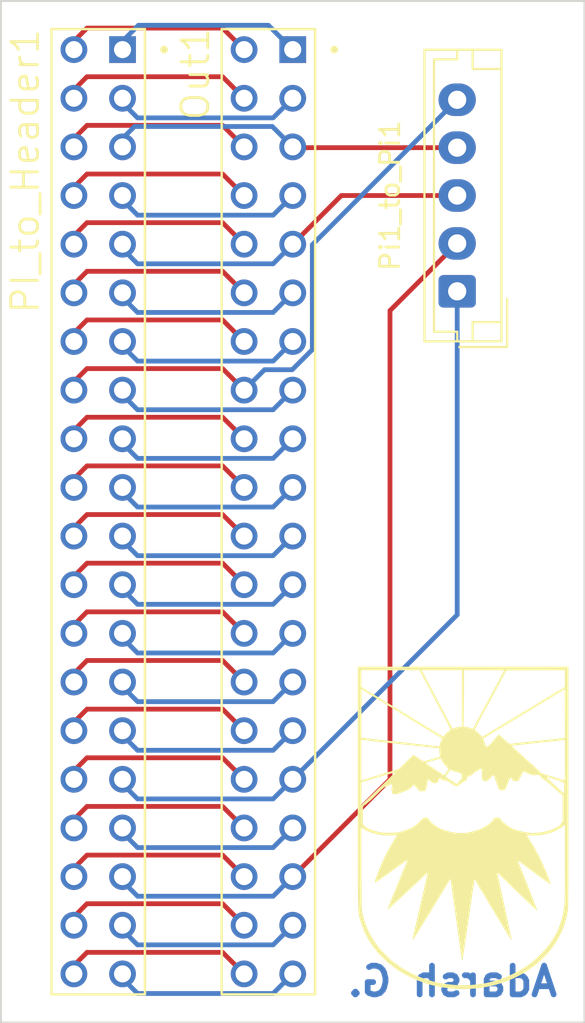
<source format=kicad_pcb>
(kicad_pcb (version 20221018) (generator pcbnew)
  (layers (0 "F.Cu" signal) (31 "B.Cu" signal) (34 "B.Paste" user) (35 "F.Paste" user) (36 "B.SilkS" user "B.Silkscreen") (37 "F.SilkS" user "F.Silkscreen") (38 "B.Mask" user) (39 "F.Mask" user) (44 "Edge.Cuts" user))
  (net 0 "")
  (net 1 "Net-(Out1-Pin_1)")
  (net 2 "Net-(Out1-Pin_2)")
  (net 3 "Net-(Out1-Pin_3)")
  (net 4 "Net-(Out1-Pin_4)")
  (net 5 "Net-(Out1-Pin_5)")
  (net 6 "Net-(Out1-Pin_7)")
  (net 7 "Net-(Out1-Pin_8)")
  (net 8 "Net-(Out1-Pin_9)")
  (net 9 "Net-(Out1-Pin_11)")
  (net 10 "Net-(Out1-Pin_12)")
  (net 11 "Net-(Out1-Pin_13)")
  (net 12 "Net-(Out1-Pin_14)")
  (net 13 "Net-(Out1-Pin_16)")
  (net 14 "Net-(Out1-Pin_17)")
  (net 15 "Net-(Out1-Pin_18)")
  (net 16 "Net-(Out1-Pin_19)")
  (net 17 "Net-(Out1-Pin_20)")
  (net 18 "Net-(Out1-Pin_21)")
  (net 19 "Net-(Out1-Pin_22)")
  (net 20 "Net-(Out1-Pin_23)")
  (net 21 "Net-(Out1-Pin_24)")
  (net 22 "Net-(Out1-Pin_25)")
  (net 23 "Net-(Out1-Pin_26)")
  (net 24 "Net-(Out1-Pin_27)")
  (net 25 "Net-(Out1-Pin_28)")
  (net 26 "Net-(Out1-Pin_29)")
  (net 27 "Net-(Out1-Pin_30)")
  (net 28 "Net-(Out1-Pin_31)")
  (net 29 "Net-(Out1-Pin_33)")
  (net 30 "Net-(Out1-Pin_35)")
  (net 31 "Net-(Out1-Pin_37)")
  (net 32 "Net-(Out1-Pin_38)")
  (net 33 "Net-(Out1-Pin_39)")
  (net 34 "Net-(Out1-Pin_40)")
  (net 35 "Net-(Out1-Pin_34)")
  (net 36 "Net-(Out1-Pin_36)")
  (net 37 "Net-(Out1-Pin_32)")
  (net 38 "Net-(Out1-Pin_15)")
  (net 39 "Net-(Out1-Pin_10)")
  (net 40 "Net-(Out1-Pin_6)")
  (footprint "20_pin_header_kicad:TE_7-146256-0" (layer "F.Cu") (at 111.76 52.07 -90)
    (fp_text reference "PI_to_Header1" (at -17.78 3.81 90) (layer "F.SilkS") (effects (font (size 1.4 1.4))))
    (fp_text value "Conn_01x40_Pin" hide)
    (pad "1" thru_hole circle (at -24.13 1.27 270) (size 1.398 1.398) (drill 0.89) (layers "*.Cu" "*.Mask") (net 1 "Net-(Out1-Pin_1)"))
    (pad "2" thru_hole rect (at -24.13 -1.27 270) (size 1.398 1.398) (drill 0.89) (layers "*.Cu" "*.Mask") (net 2 "Net-(Out1-Pin_2)"))
    (pad "3" thru_hole circle (at -21.59 1.27 270) (size 1.398 1.398) (drill 0.89) (layers "*.Cu" "*.Mask") (net 3 "Net-(Out1-Pin_3)"))
    (pad "4" thru_hole circle (at -21.59 -1.27 270) (size 1.398 1.398) (drill 0.89) (layers "*.Cu" "*.Mask") (net 4 "Net-(Out1-Pin_4)"))
    (pad "5" thru_hole circle (at -19.05 1.27 270) (size 1.398 1.398) (drill 0.89) (layers "*.Cu" "*.Mask") (net 5 "Net-(Out1-Pin_5)"))
    (pad "6" thru_hole circle (at -19.05 -1.27 270) (size 1.398 1.398) (drill 0.89) (layers "*.Cu" "*.Mask") (net 40 "Net-(Out1-Pin_6)"))
    (pad "7" thru_hole circle (at -16.51 1.27 270) (size 1.398 1.398) (drill 0.89) (layers "*.Cu" "*.Mask") (net 6 "Net-(Out1-Pin_7)"))
    (pad "8" thru_hole circle (at -16.51 -1.27 270) (size 1.398 1.398) (drill 0.89) (layers "*.Cu" "*.Mask") (net 7 "Net-(Out1-Pin_8)"))
    (pad "9" thru_hole circle (at -13.97 1.27 270) (size 1.398 1.398) (drill 0.89) (layers "*.Cu" "*.Mask") (net 8 "Net-(Out1-Pin_9)"))
    (pad "10" thru_hole circle (at -13.97 -1.27 270) (size 1.398 1.398) (drill 0.89) (layers "*.Cu" "*.Mask") (net 39 "Net-(Out1-Pin_10)"))
    (pad "11" thru_hole circle (at -11.43 1.27 270) (size 1.398 1.398) (drill 0.89) (layers "*.Cu" "*.Mask") (net 9 "Net-(Out1-Pin_11)"))
    (pad "12" thru_hole circle (at -11.43 -1.27 270) (size 1.398 1.398) (drill 0.89) (layers "*.Cu" "*.Mask") (net 10 "Net-(Out1-Pin_12)"))
    (pad "13" thru_hole circle (at -8.89 1.27 270) (size 1.398 1.398) (drill 0.89) (layers "*.Cu" "*.Mask") (net 11 "Net-(Out1-Pin_13)"))
    (pad "14" thru_hole circle (at -8.89 -1.27 270) (size 1.398 1.398) (drill 0.89) (layers "*.Cu" "*.Mask") (net 12 "Net-(Out1-Pin_14)"))
    (pad "15" thru_hole circle (at -6.35 1.27 270) (size 1.398 1.398) (drill 0.89) (layers "*.Cu" "*.Mask") (net 38 "Net-(Out1-Pin_15)"))
    (pad "16" thru_hole circle (at -6.35 -1.27 270) (size 1.398 1.398) (drill 0.89) (layers "*.Cu" "*.Mask") (net 13 "Net-(Out1-Pin_16)"))
    (pad "17" thru_hole circle (at -3.81 1.27 270) (size 1.398 1.398) (drill 0.89) (layers "*.Cu" "*.Mask") (net 14 "Net-(Out1-Pin_17)"))
    (pad "18" thru_hole circle (at -3.81 -1.27 270) (size 1.398 1.398) (drill 0.89) (layers "*.Cu" "*.Mask") (net 15 "Net-(Out1-Pin_18)"))
    (pad "19" thru_hole circle (at -1.27 1.27 270) (size 1.398 1.398) (drill 0.89) (layers "*.Cu" "*.Mask") (net 16 "Net-(Out1-Pin_19)"))
    (pad "20" thru_hole circle (at -1.27 -1.27 270) (size 1.398 1.398) (drill 0.89) (layers "*.Cu" "*.Mask") (net 17 "Net-(Out1-Pin_20)"))
    (pad "21" thru_hole circle (at 1.27 1.27 270) (size 1.398 1.398) (drill 0.89) (layers "*.Cu" "*.Mask") (net 18 "Net-(Out1-Pin_21)"))
    (pad "22" thru_hole circle (at 1.27 -1.27 270) (size 1.398 1.398) (drill 0.89) (layers "*.Cu" "*.Mask") (net 19 "Net-(Out1-Pin_22)"))
    (pad "23" thru_hole circle (at 3.81 1.27 270) (size 1.398 1.398) (drill 0.89) (layers "*.Cu" "*.Mask") (net 20 "Net-(Out1-Pin_23)"))
    (pad "24" thru_hole circle (at 3.81 -1.27 270) (size 1.398 1.398) (drill 0.89) (layers "*.Cu" "*.Mask") (net 21 "Net-(Out1-Pin_24)"))
    (pad "25" thru_hole circle (at 6.35 1.27 270) (size 1.398 1.398) (drill 0.89) (layers "*.Cu" "*.Mask") (net 22 "Net-(Out1-Pin_25)"))
    (pad "26" thru_hole circle (at 6.35 -1.27 270) (size 1.398 1.398) (drill 0.89) (layers "*.Cu" "*.Mask") (net 23 "Net-(Out1-Pin_26)"))
    (pad "27" thru_hole circle (at 8.89 1.27 270) (size 1.398 1.398) (drill 0.89) (layers "*.Cu" "*.Mask") (net 24 "Net-(Out1-Pin_27)"))
    (pad "28" thru_hole circle (at 8.89 -1.27 270) (size 1.398 1.398) (drill 0.89) (layers "*.Cu" "*.Mask") (net 25 "Net-(Out1-Pin_28)"))
    (pad "29" thru_hole circle (at 11.43 1.27 270) (size 1.398 1.398) (drill 0.89) (layers "*.Cu" "*.Mask") (net 26 "Net-(Out1-Pin_29)"))
    (pad "30" thru_hole circle (at 11.43 -1.27 270) (size 1.398 1.398) (drill 0.89) (layers "*.Cu" "*.Mask") (net 27 "Net-(Out1-Pin_30)"))
    (pad "31" thru_hole circle (at 13.97 1.27 270) (size 1.398 1.398) (drill 0.89) (layers "*.Cu" "*.Mask") (net 28 "Net-(Out1-Pin_31)"))
    (pad "32" thru_hole circle (at 13.97 -1.27 270) (size 1.398 1.398) (drill 0.89) (layers "*.Cu" "*.Mask") (net 37 "Net-(Out1-Pin_32)"))
    (pad "33" thru_hole circle (at 16.51 1.27 270) (size 1.398 1.398) (drill 0.89) (layers "*.Cu" "*.Mask") (net 29 "Net-(Out1-Pin_33)"))
    (pad "34" thru_hole circle (at 16.51 -1.27 270) (size 1.398 1.398) (drill 0.89) (layers "*.Cu" "*.Mask") (net 35 "Net-(Out1-Pin_34)"))
    (pad "35" thru_hole circle (at 19.05 1.27 270) (size 1.398 1.398) (drill 0.89) (layers "*.Cu" "*.Mask") (net 30 "Net-(Out1-Pin_35)"))
    (pad "36" thru_hole circle (at 19.05 -1.27 270) (size 1.398 1.398) (drill 0.89) (layers "*.Cu" "*.Mask") (net 36 "Net-(Out1-Pin_36)"))
    (pad "37" thru_hole circle (at 21.59 1.27 270) (size 1.398 1.398) (drill 0.89) (layers "*.Cu" "*.Mask") (net 31 "Net-(Out1-Pin_37)"))
    (pad "38" thru_hole circle (at 21.59 -1.27 270) (size 1.398 1.398) (drill 0.89) (layers "*.Cu" "*.Mask") (net 32 "Net-(Out1-Pin_38)"))
    (pad "39" thru_hole circle (at 24.13 1.27 270) (size 1.398 1.398) (drill 0.89) (layers "*.Cu" "*.Mask") (net 33 "Net-(Out1-Pin_39)"))
    (pad "40" thru_hole circle (at 24.13 -1.27 270) (size 1.398 1.398) (drill 0.89) (layers "*.Cu" "*.Mask") (net 34 "Net-(Out1-Pin_40)"))
  )
  (footprint "20_pin_header_kicad:TE_7-146256-0" (layer "F.Cu") (at 120.65 52.07 -90)
    (fp_text reference "Out1" (at -22.86 3.81 90) (layer "F.SilkS") (effects (font (size 1.4 1.4))))
    (fp_text value "Conn_01x40_Pin" hide)
    (pad "1" thru_hole circle (at -24.13 1.27 270) (size 1.398 1.398) (drill 0.89) (layers "*.Cu" "*.Mask") (net 1 "Net-(Out1-Pin_1)"))
    (pad "2" thru_hole rect (at -24.13 -1.27 270) (size 1.398 1.398) (drill 0.89) (layers "*.Cu" "*.Mask") (net 2 "Net-(Out1-Pin_2)"))
    (pad "3" thru_hole circle (at -21.59 1.27 270) (size 1.398 1.398) (drill 0.89) (layers "*.Cu" "*.Mask") (net 3 "Net-(Out1-Pin_3)"))
    (pad "4" thru_hole circle (at -21.59 -1.27 270) (size 1.398 1.398) (drill 0.89) (layers "*.Cu" "*.Mask") (net 4 "Net-(Out1-Pin_4)"))
    (pad "5" thru_hole circle (at -19.05 1.27 270) (size 1.398 1.398) (drill 0.89) (layers "*.Cu" "*.Mask") (net 5 "Net-(Out1-Pin_5)"))
    (pad "6" thru_hole circle (at -19.05 -1.27 270) (size 1.398 1.398) (drill 0.89) (layers "*.Cu" "*.Mask") (net 40 "Net-(Out1-Pin_6)"))
    (pad "7" thru_hole circle (at -16.51 1.27 270) (size 1.398 1.398) (drill 0.89) (layers "*.Cu" "*.Mask") (net 6 "Net-(Out1-Pin_7)"))
    (pad "8" thru_hole circle (at -16.51 -1.27 270) (size 1.398 1.398) (drill 0.89) (layers "*.Cu" "*.Mask") (net 7 "Net-(Out1-Pin_8)"))
    (pad "9" thru_hole circle (at -13.97 1.27 270) (size 1.398 1.398) (drill 0.89) (layers "*.Cu" "*.Mask") (net 8 "Net-(Out1-Pin_9)"))
    (pad "10" thru_hole circle (at -13.97 -1.27 270) (size 1.398 1.398) (drill 0.89) (layers "*.Cu" "*.Mask") (net 39 "Net-(Out1-Pin_10)"))
    (pad "11" thru_hole circle (at -11.43 1.27 270) (size 1.398 1.398) (drill 0.89) (layers "*.Cu" "*.Mask") (net 9 "Net-(Out1-Pin_11)"))
    (pad "12" thru_hole circle (at -11.43 -1.27 270) (size 1.398 1.398) (drill 0.89) (layers "*.Cu" "*.Mask") (net 10 "Net-(Out1-Pin_12)"))
    (pad "13" thru_hole circle (at -8.89 1.27 270) (size 1.398 1.398) (drill 0.89) (layers "*.Cu" "*.Mask") (net 11 "Net-(Out1-Pin_13)"))
    (pad "14" thru_hole circle (at -8.89 -1.27 270) (size 1.398 1.398) (drill 0.89) (layers "*.Cu" "*.Mask") (net 12 "Net-(Out1-Pin_14)"))
    (pad "15" thru_hole circle (at -6.35 1.27 270) (size 1.398 1.398) (drill 0.89) (layers "*.Cu" "*.Mask") (net 38 "Net-(Out1-Pin_15)"))
    (pad "16" thru_hole circle (at -6.35 -1.27 270) (size 1.398 1.398) (drill 0.89) (layers "*.Cu" "*.Mask") (net 13 "Net-(Out1-Pin_16)"))
    (pad "17" thru_hole circle (at -3.81 1.27 270) (size 1.398 1.398) (drill 0.89) (layers "*.Cu" "*.Mask") (net 14 "Net-(Out1-Pin_17)"))
    (pad "18" thru_hole circle (at -3.81 -1.27 270) (size 1.398 1.398) (drill 0.89) (layers "*.Cu" "*.Mask") (net 15 "Net-(Out1-Pin_18)"))
    (pad "19" thru_hole circle (at -1.27 1.27 270) (size 1.398 1.398) (drill 0.89) (layers "*.Cu" "*.Mask") (net 16 "Net-(Out1-Pin_19)"))
    (pad "20" thru_hole circle (at -1.27 -1.27 270) (size 1.398 1.398) (drill 0.89) (layers "*.Cu" "*.Mask") (net 17 "Net-(Out1-Pin_20)"))
    (pad "21" thru_hole circle (at 1.27 1.27 270) (size 1.398 1.398) (drill 0.89) (layers "*.Cu" "*.Mask") (net 18 "Net-(Out1-Pin_21)"))
    (pad "22" thru_hole circle (at 1.27 -1.27 270) (size 1.398 1.398) (drill 0.89) (layers "*.Cu" "*.Mask") (net 19 "Net-(Out1-Pin_22)"))
    (pad "23" thru_hole circle (at 3.81 1.27 270) (size 1.398 1.398) (drill 0.89) (layers "*.Cu" "*.Mask") (net 20 "Net-(Out1-Pin_23)"))
    (pad "24" thru_hole circle (at 3.81 -1.27 270) (size 1.398 1.398) (drill 0.89) (layers "*.Cu" "*.Mask") (net 21 "Net-(Out1-Pin_24)"))
    (pad "25" thru_hole circle (at 6.35 1.27 270) (size 1.398 1.398) (drill 0.89) (layers "*.Cu" "*.Mask") (net 22 "Net-(Out1-Pin_25)"))
    (pad "26" thru_hole circle (at 6.35 -1.27 270) (size 1.398 1.398) (drill 0.89) (layers "*.Cu" "*.Mask") (net 23 "Net-(Out1-Pin_26)"))
    (pad "27" thru_hole circle (at 8.89 1.27 270) (size 1.398 1.398) (drill 0.89) (layers "*.Cu" "*.Mask") (net 24 "Net-(Out1-Pin_27)"))
    (pad "28" thru_hole circle (at 8.89 -1.27 270) (size 1.398 1.398) (drill 0.89) (layers "*.Cu" "*.Mask") (net 25 "Net-(Out1-Pin_28)"))
    (pad "29" thru_hole circle (at 11.43 1.27 270) (size 1.398 1.398) (drill 0.89) (layers "*.Cu" "*.Mask") (net 26 "Net-(Out1-Pin_29)"))
    (pad "30" thru_hole circle (at 11.43 -1.27 270) (size 1.398 1.398) (drill 0.89) (layers "*.Cu" "*.Mask") (net 27 "Net-(Out1-Pin_30)"))
    (pad "31" thru_hole circle (at 13.97 1.27 270) (size 1.398 1.398) (drill 0.89) (layers "*.Cu" "*.Mask") (net 28 "Net-(Out1-Pin_31)"))
    (pad "32" thru_hole circle (at 13.97 -1.27 270) (size 1.398 1.398) (drill 0.89) (layers "*.Cu" "*.Mask") (net 37 "Net-(Out1-Pin_32)"))
    (pad "33" thru_hole circle (at 16.51 1.27 270) (size 1.398 1.398) (drill 0.89) (layers "*.Cu" "*.Mask") (net 29 "Net-(Out1-Pin_33)"))
    (pad "34" thru_hole circle (at 16.51 -1.27 270) (size 1.398 1.398) (drill 0.89) (layers "*.Cu" "*.Mask") (net 35 "Net-(Out1-Pin_34)"))
    (pad "35" thru_hole circle (at 19.05 1.27 270) (size 1.398 1.398) (drill 0.89) (layers "*.Cu" "*.Mask") (net 30 "Net-(Out1-Pin_35)"))
    (pad "36" thru_hole circle (at 19.05 -1.27 270) (size 1.398 1.398) (drill 0.89) (layers "*.Cu" "*.Mask") (net 36 "Net-(Out1-Pin_36)"))
    (pad "37" thru_hole circle (at 21.59 1.27 270) (size 1.398 1.398) (drill 0.89) (layers "*.Cu" "*.Mask") (net 31 "Net-(Out1-Pin_37)"))
    (pad "38" thru_hole circle (at 21.59 -1.27 270) (size 1.398 1.398) (drill 0.89) (layers "*.Cu" "*.Mask") (net 32 "Net-(Out1-Pin_38)"))
    (pad "39" thru_hole circle (at 24.13 1.27 270) (size 1.398 1.398) (drill 0.89) (layers "*.Cu" "*.Mask") (net 33 "Net-(Out1-Pin_39)"))
    (pad "40" thru_hole circle (at 24.13 -1.27 270) (size 1.398 1.398) (drill 0.89) (layers "*.Cu" "*.Mask") (net 34 "Net-(Out1-Pin_40)"))
  )
  (footprint "Connector_JST:JST_EH_B5B-EH-A_1x05_P2.50mm_Vertical" (layer "F.Cu") (at 130.51 40.56 90)
    (fp_text reference "Pi1_to_Pi1" (at 5 -3.51 90) (layer "F.SilkS"))
    (fp_text value "Conn_01x05_Pin")
    (pad "1" thru_hole roundrect (at 0 0 90) (size 1.7 1.95) (drill 0.95) (layers "*.Cu" "*.Mask") (roundrect_rratio 0.1470588235) (net 37 "Net-(Out1-Pin_32)"))
    (pad "2" thru_hole oval (at 2.5 0 90) (size 1.7 1.95) (drill 0.95) (layers "*.Cu" "*.Mask") (net 36 "Net-(Out1-Pin_36)"))
    (pad "3" thru_hole oval (at 5 0 90) (size 1.7 1.95) (drill 0.95) (layers "*.Cu" "*.Mask") (net 39 "Net-(Out1-Pin_10)"))
    (pad "4" thru_hole oval (at 7.5 0 90) (size 1.7 1.95) (drill 0.95) (layers "*.Cu" "*.Mask") (net 40 "Net-(Out1-Pin_6)"))
    (pad "5" thru_hole oval (at 10 0 90) (size 1.7 1.95) (drill 0.95) (layers "*.Cu" "*.Mask") (net 38 "Net-(Out1-Pin_15)"))
  )
  (footprint "logo.preety:systopia_logo" (layer "F.Cu") (at 130.81 68.58)
    (fp_text reference "G***" hide)
    (fp_text value "LOGO" hide)
  )
  (gr_rect (start 106.68 25.4) (end 137.16 78.74) (stroke (width 0.1)) (fill none) (layer "Edge.Cuts"))
  (gr_text "Adarsh G.\n" (at 135.89 77.47) (layer "B.Cu") (effects (font (size 1.5 1.5) (thickness 0.3) bold) (justify left bottom mirror)))
  (segment (start 118.256 26.816) (end 119.38 27.94) (width 0.25) (layer "F.Cu") (net 1))
  (segment (start 111.174 26.816) (end 118.256 26.816) (width 0.25) (layer "F.Cu") (net 1))
  (segment (start 110.15 27.84) (end 111.174 26.816) (width 0.25) (layer "F.Cu") (net 1))
  (segment (start 113.86 26.67) (end 112.69 27.84) (width 0.25) (layer "B.Cu") (net 2))
  (segment (start 113.86 26.67) (end 120.65 26.67) (width 0.25) (layer "B.Cu") (net 2))
  (segment (start 121.92 27.94) (end 120.65 26.67) (width 0.25) (layer "B.Cu") (net 2))
  (segment (start 118.256 29.356) (end 119.38 30.48) (width 0.25) (layer "F.Cu") (net 3))
  (segment (start 111.174 29.356) (end 118.256 29.356) (width 0.25) (layer "F.Cu") (net 3))
  (segment (start 110.15 30.38) (end 111.174 29.356) (width 0.25) (layer "F.Cu") (net 3))
  (segment (start 120.896 31.504) (end 113.814 31.504) (width 0.25) (layer "B.Cu") (net 4))
  (segment (start 121.92 30.48) (end 120.896 31.504) (width 0.25) (layer "B.Cu") (net 4))
  (segment (start 113.814 31.504) (end 112.69 30.38) (width 0.25) (layer "B.Cu") (net 4))
  (segment (start 118.256 31.896) (end 119.38 33.02) (width 0.25) (layer "F.Cu") (net 5))
  (segment (start 110.15 32.92) (end 111.174 31.896) (width 0.25) (layer "F.Cu") (net 5))
  (segment (start 111.174 31.896) (end 118.256 31.896) (width 0.25) (layer "F.Cu") (net 5))
  (segment (start 118.256 34.436) (end 119.38 35.56) (width 0.25) (layer "F.Cu") (net 6))
  (segment (start 110.15 35.46) (end 111.174 34.436) (width 0.25) (layer "F.Cu") (net 6))
  (segment (start 111.174 34.436) (end 118.256 34.436) (width 0.25) (layer "F.Cu") (net 6))
  (segment (start 113.814 36.584) (end 112.69 35.46) (width 0.25) (layer "B.Cu") (net 7))
  (segment (start 121.92 35.56) (end 120.896 36.584) (width 0.25) (layer "B.Cu") (net 7))
  (segment (start 120.896 36.584) (end 113.814 36.584) (width 0.25) (layer "B.Cu") (net 7))
  (segment (start 118.256 36.976) (end 119.38 38.1) (width 0.25) (layer "F.Cu") (net 8))
  (segment (start 110.15 38) (end 111.174 36.976) (width 0.25) (layer "F.Cu") (net 8))
  (segment (start 111.174 36.976) (end 118.256 36.976) (width 0.25) (layer "F.Cu") (net 8))
  (segment (start 111.174 39.516) (end 118.256 39.516) (width 0.25) (layer "F.Cu") (net 9))
  (segment (start 110.15 40.54) (end 111.174 39.516) (width 0.25) (layer "F.Cu") (net 9))
  (segment (start 118.256 39.516) (end 119.38 40.64) (width 0.25) (layer "F.Cu") (net 9))
  (segment (start 120.896 41.664) (end 113.814 41.664) (width 0.25) (layer "B.Cu") (net 10))
  (segment (start 121.92 40.64) (end 120.896 41.664) (width 0.25) (layer "B.Cu") (net 10))
  (segment (start 113.814 41.664) (end 112.69 40.54) (width 0.25) (layer "B.Cu") (net 10))
  (segment (start 118.256 42.056) (end 119.38 43.18) (width 0.25) (layer "F.Cu") (net 11))
  (segment (start 111.174 42.056) (end 118.256 42.056) (width 0.25) (layer "F.Cu") (net 11))
  (segment (start 110.15 43.08) (end 111.174 42.056) (width 0.25) (layer "F.Cu") (net 11))
  (segment (start 121.92 43.18) (end 120.896 44.204) (width 0.25) (layer "B.Cu") (net 12))
  (segment (start 113.814 44.204) (end 112.69 43.08) (width 0.25) (layer "B.Cu") (net 12))
  (segment (start 120.896 44.204) (end 113.814 44.204) (width 0.25) (layer "B.Cu") (net 12))
  (segment (start 121.92 45.72) (end 120.896 46.744) (width 0.25) (layer "B.Cu") (net 13))
  (segment (start 120.896 46.744) (end 113.814 46.744) (width 0.25) (layer "B.Cu") (net 13))
  (segment (start 113.814 46.744) (end 112.69 45.62) (width 0.25) (layer "B.Cu") (net 13))
  (segment (start 111.174 47.136) (end 118.256 47.136) (width 0.25) (layer "F.Cu") (net 14))
  (segment (start 110.15 48.16) (end 111.174 47.136) (width 0.25) (layer "F.Cu") (net 14))
  (segment (start 118.256 47.136) (end 119.38 48.26) (width 0.25) (layer "F.Cu") (net 14))
  (segment (start 120.896 49.284) (end 113.814 49.284) (width 0.25) (layer "B.Cu") (net 15))
  (segment (start 113.814 49.284) (end 112.69 48.16) (width 0.25) (layer "B.Cu") (net 15))
  (segment (start 121.92 48.26) (end 120.896 49.284) (width 0.25) (layer "B.Cu") (net 15))
  (segment (start 110.15 50.7) (end 111.174 49.676) (width 0.25) (layer "F.Cu") (net 16))
  (segment (start 118.256 49.676) (end 119.38 50.8) (width 0.25) (layer "F.Cu") (net 16))
  (segment (start 111.174 49.676) (end 118.256 49.676) (width 0.25) (layer "F.Cu") (net 16))
  (segment (start 121.92 50.8) (end 120.896 51.824) (width 0.25) (layer "B.Cu") (net 17))
  (segment (start 113.814 51.824) (end 112.69 50.7) (width 0.25) (layer "B.Cu") (net 17))
  (segment (start 120.896 51.824) (end 113.814 51.824) (width 0.25) (layer "B.Cu") (net 17))
  (segment (start 110.15 53.24) (end 111.174 52.216) (width 0.25) (layer "F.Cu") (net 18))
  (segment (start 111.174 52.216) (end 118.256 52.216) (width 0.25) (layer "F.Cu") (net 18))
  (segment (start 118.256 52.216) (end 119.38 53.34) (width 0.25) (layer "F.Cu") (net 18))
  (segment (start 120.896 54.364) (end 113.814 54.364) (width 0.25) (layer "B.Cu") (net 19))
  (segment (start 113.814 54.364) (end 112.69 53.24) (width 0.25) (layer "B.Cu") (net 19))
  (segment (start 121.92 53.34) (end 120.896 54.364) (width 0.25) (layer "B.Cu") (net 19))
  (segment (start 118.256 54.756) (end 119.38 55.88) (width 0.25) (layer "F.Cu") (net 20))
  (segment (start 111.174 54.756) (end 118.256 54.756) (width 0.25) (layer "F.Cu") (net 20))
  (segment (start 110.15 55.78) (end 111.174 54.756) (width 0.25) (layer "F.Cu") (net 20))
  (segment (start 120.896 56.904) (end 113.814 56.904) (width 0.25) (layer "B.Cu") (net 21))
  (segment (start 113.814 56.904) (end 112.69 55.78) (width 0.25) (layer "B.Cu") (net 21))
  (segment (start 121.92 55.88) (end 120.896 56.904) (width 0.25) (layer "B.Cu") (net 21))
  (segment (start 110.15 58.32) (end 111.174 57.296) (width 0.25) (layer "F.Cu") (net 22))
  (segment (start 111.174 57.296) (end 118.256 57.296) (width 0.25) (layer "F.Cu") (net 22))
  (segment (start 118.256 57.296) (end 119.38 58.42) (width 0.25) (layer "F.Cu") (net 22))
  (segment (start 120.896 59.444) (end 113.814 59.444) (width 0.25) (layer "B.Cu") (net 23))
  (segment (start 113.814 59.444) (end 112.69 58.32) (width 0.25) (layer "B.Cu") (net 23))
  (segment (start 121.92 58.42) (end 120.896 59.444) (width 0.25) (layer "B.Cu") (net 23))
  (segment (start 110.15 60.86) (end 111.174 59.836) (width 0.25) (layer "F.Cu") (net 24))
  (segment (start 118.256 59.836) (end 119.38 60.96) (width 0.25) (layer "F.Cu") (net 24))
  (segment (start 111.174 59.836) (end 118.256 59.836) (width 0.25) (layer "F.Cu") (net 24))
  (segment (start 121.92 60.96) (end 120.896 61.984) (width 0.25) (layer "B.Cu") (net 25))
  (segment (start 113.814 61.984) (end 112.69 60.86) (width 0.25) (layer "B.Cu") (net 25))
  (segment (start 120.896 61.984) (end 113.814 61.984) (width 0.25) (layer "B.Cu") (net 25))
  (segment (start 110.15 63.4) (end 111.174 62.376) (width 0.25) (layer "F.Cu") (net 26))
  (segment (start 111.174 62.376) (end 118.256 62.376) (width 0.25) (layer "F.Cu") (net 26))
  (segment (start 118.256 62.376) (end 119.38 63.5) (width 0.25) (layer "F.Cu") (net 26))
  (segment (start 121.92 63.5) (end 120.896 64.524) (width 0.25) (layer "B.Cu") (net 27))
  (segment (start 113.814 64.524) (end 112.69 63.4) (width 0.25) (layer "B.Cu") (net 27))
  (segment (start 120.896 64.524) (end 113.814 64.524) (width 0.25) (layer "B.Cu") (net 27))
  (segment (start 110.15 65.94) (end 111.174 64.916) (width 0.25) (layer "F.Cu") (net 28))
  (segment (start 118.256 64.916) (end 119.38 66.04) (width 0.25) (layer "F.Cu") (net 28))
  (segment (start 111.174 64.916) (end 118.256 64.916) (width 0.25) (layer "F.Cu") (net 28))
  (segment (start 118.256 67.456) (end 119.38 68.58) (width 0.25) (layer "F.Cu") (net 29))
  (segment (start 110.15 68.48) (end 111.174 67.456) (width 0.25) (layer "F.Cu") (net 29))
  (segment (start 111.174 67.456) (end 118.256 67.456) (width 0.25) (layer "F.Cu") (net 29))
  (segment (start 110.15 71.02) (end 111.174 69.996) (width 0.25) (layer "F.Cu") (net 30))
  (segment (start 118.256 69.996) (end 119.38 71.12) (width 0.25) (layer "F.Cu") (net 30))
  (segment (start 111.174 69.996) (end 118.256 69.996) (width 0.25) (layer "F.Cu") (net 30))
  (segment (start 110.15 73.56) (end 111.174 72.536) (width 0.25) (layer "F.Cu") (net 31))
  (segment (start 118.256 72.536) (end 119.38 73.66) (width 0.25) (layer "F.Cu") (net 31))
  (segment (start 111.174 72.536) (end 118.256 72.536) (width 0.25) (layer "F.Cu") (net 31))
  (segment (start 120.896 74.684) (end 113.814 74.684) (width 0.25) (layer "B.Cu") (net 32))
  (segment (start 113.814 74.684) (end 112.69 73.56) (width 0.25) (layer "B.Cu") (net 32))
  (segment (start 121.92 73.66) (end 120.896 74.684) (width 0.25) (layer "B.Cu") (net 32))
  (segment (start 118.256 75.076) (end 119.38 76.2) (width 0.25) (layer "F.Cu") (net 33))
  (segment (start 111.174 75.076) (end 118.256 75.076) (width 0.25) (layer "F.Cu") (net 33))
  (segment (start 110.15 76.1) (end 111.174 75.076) (width 0.25) (layer "F.Cu") (net 33))
  (segment (start 121.92 76.2) (end 120.896 77.224) (width 0.25) (layer "B.Cu") (net 34))
  (segment (start 120.896 77.224) (end 113.814 77.224) (width 0.25) (layer "B.Cu") (net 34))
  (segment (start 113.814 77.224) (end 112.69 76.1) (width 0.25) (layer "B.Cu") (net 34))
  (segment (start 113.814 69.604) (end 112.69 68.48) (width 0.25) (layer "B.Cu") (net 35))
  (segment (start 121.92 68.58) (end 120.896 69.604) (width 0.25) (layer "B.Cu") (net 35))
  (segment (start 120.896 69.604) (end 113.814 69.604) (width 0.25) (layer "B.Cu") (net 35))
  (segment (start 127 41.57) (end 127 66.04) (width 0.25) (layer "F.Cu") (net 36))
  (segment (start 127 66.04) (end 121.92 71.12) (width 0.25) (layer "F.Cu") (net 36))
  (segment (start 130.51 38.06) (end 127 41.57) (width 0.25) (layer "F.Cu") (net 36))
  (segment (start 120.896 72.144) (end 113.814 72.144) (width 0.25) (layer "B.Cu") (net 36))
  (segment (start 121.92 71.12) (end 120.896 72.144) (width 0.25) (layer "B.Cu") (net 36))
  (segment (start 113.814 72.144) (end 112.69 71.02) (width 0.25) (layer "B.Cu") (net 36))
  (segment (start 113.814 67.064) (end 112.69 65.94) (width 0.25) (layer "B.Cu") (net 37))
  (segment (start 121.92 66.04) (end 120.896 67.064) (width 0.25) (layer "B.Cu") (net 37))
  (segment (start 130.51 57.45) (end 121.92 66.04) (width 0.25) (layer "B.Cu") (net 37))
  (segment (start 130.51 40.56) (end 130.51 57.45) (width 0.25) (layer "B.Cu") (net 37))
  (segment (start 120.896 67.064) (end 113.814 67.064) (width 0.25) (layer "B.Cu") (net 37))
  (segment (start 111.174 44.596) (end 118.256 44.596) (width 0.25) (layer "F.Cu") (net 38))
  (segment (start 118.256 44.596) (end 119.38 45.72) (width 0.25) (layer "F.Cu") (net 38))
  (segment (start 110.15 45.62) (end 111.174 44.596) (width 0.25) (layer "F.Cu") (net 38))
  (segment (start 122.944 43.604155) (end 121.894155 44.654) (width 0.25) (layer "B.Cu") (net 38))
  (segment (start 122.944 38.126) (end 122.944 43.604155) (width 0.25) (layer "B.Cu") (net 38))
  (segment (start 130.51 30.56) (end 122.944 38.126) (width 0.25) (layer "B.Cu") (net 38))
  (segment (start 121.894155 44.654) (end 120.446 44.654) (width 0.25) (layer "B.Cu") (net 38))
  (segment (start 120.446 44.654) (end 119.38 45.72) (width 0.25) (layer "B.Cu") (net 38))
  (segment (start 124.46 35.56) (end 121.92 38.1) (width 0.25) (layer "F.Cu") (net 39))
  (segment (start 130.51 35.56) (end 124.46 35.56) (width 0.25) (layer "F.Cu") (net 39))
  (segment (start 120.896 39.124) (end 113.814 39.124) (width 0.25) (layer "B.Cu") (net 39))
  (segment (start 121.92 38.1) (end 120.896 39.124) (width 0.25) (layer "B.Cu") (net 39))
  (segment (start 113.814 39.124) (end 112.69 38) (width 0.25) (layer "B.Cu") (net 39))
  (segment (start 121.96 33.06) (end 121.92 33.02) (width 0.25) (layer "F.Cu") (net 40))
  (segment (start 130.51 33.06) (end 121.96 33.06) (width 0.25) (layer "F.Cu") (net 40))
  (segment (start 120.854 31.954) (end 113.656 31.954) (width 0.25) (layer "B.Cu") (net 40))
  (segment (start 113.656 31.954) (end 112.69 32.92) (width 0.25) (layer "B.Cu") (net 40))
  (segment (start 121.92 33.02) (end 120.854 31.954) (width 0.25) (layer "B.Cu") (net 40))
)
</source>
